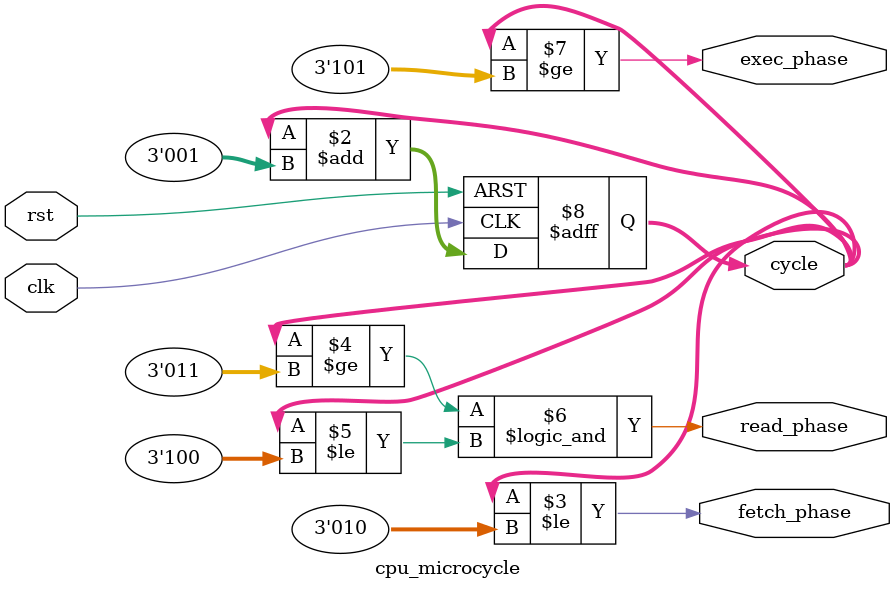
<source format=v>
module cpu_microcycle (
    input  wire clk,
    input  wire rst,
    output reg [2:0] cycle,       // 0〜7を繰り返すカウンタ
    output wire fetch_phase,      // T0〜T2
    output wire read_phase,       // T3〜T4
    output wire exec_phase        // T5〜T7
);

    // 8サイクル管理カウンタ
    always @(posedge clk or posedge rst) begin
        if (rst) begin
            cycle <= 3'd0;
        end else begin
            cycle <= cycle + 3'd1;   // 0〜7を繰り返す
        end
    end

    // フェーズ判定信号
    assign fetch_phase = (cycle <= 3'd2);                // T0-T2
    assign read_phase  = (cycle >= 3'd3 && cycle <= 3'd4); // T3-T4
    assign exec_phase  = (cycle >= 3'd5);                // T5-T7

endmodule

</source>
